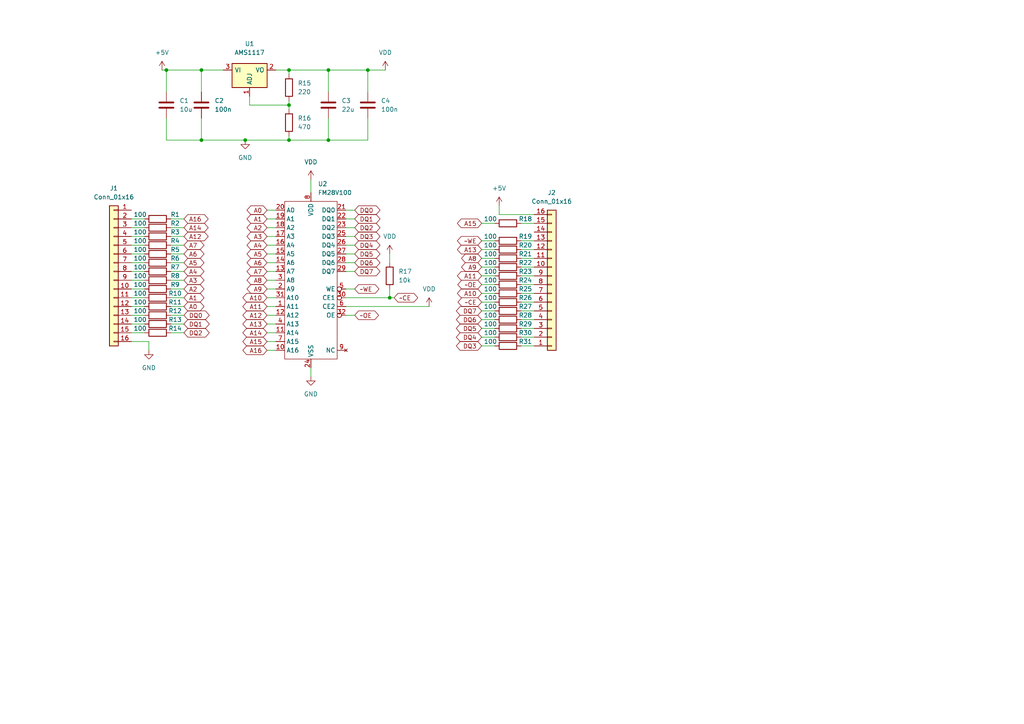
<source format=kicad_sch>
(kicad_sch (version 20211123) (generator eeschema)
  (paper "A4")
  (lib_symbols
    (symbol "Connector_Generic:Conn_01x16" (pin_names (offset 1.016) hide)
      (property "Reference" "J" (at 0 20.32 0))
      (property "Value" "Conn_01x16" (at 0 -22.86 0))
      (symbol "Conn_01x16_1_1"
        (rectangle (start -1.27 -20.193) (end 0 -20.447) (stroke (width 0.1524)))
        (rectangle (start -1.27 -17.653) (end 0 -17.907) (stroke (width 0.1524)))
        (rectangle (start -1.27 -15.113) (end 0 -15.367) (stroke (width 0.1524)))
        (rectangle (start -1.27 -12.573) (end 0 -12.827) (stroke (width 0.1524)))
        (rectangle (start -1.27 -10.033) (end 0 -10.287) (stroke (width 0.1524)))
        (rectangle (start -1.27 -7.493) (end 0 -7.747) (stroke (width 0.1524)))
        (rectangle (start -1.27 -4.953) (end 0 -5.207) (stroke (width 0.1524)))
        (rectangle (start -1.27 -2.413) (end 0 -2.667) (stroke (width 0.1524)))
        (rectangle (start -1.27 0.127) (end 0 -0.127) (stroke (width 0.1524)))
        (rectangle (start -1.27 2.667) (end 0 2.413) (stroke (width 0.1524)))
        (rectangle (start -1.27 5.207) (end 0 4.953) (stroke (width 0.1524)))
        (rectangle (start -1.27 7.747) (end 0 7.493) (stroke (width 0.1524)))
        (rectangle (start -1.27 10.287) (end 0 10.033) (stroke (width 0.1524)))
        (rectangle (start -1.27 12.827) (end 0 12.573) (stroke (width 0.1524)))
        (rectangle (start -1.27 15.367) (end 0 15.113) (stroke (width 0.1524)))
        (rectangle (start -1.27 17.907) (end 0 17.653) (stroke (width 0.1524)))
        (rectangle (start -1.27 19.05) (end 1.27 -21.59) (stroke (width 0.254)) (fill (type background)))
        (pin passive line (at -5.08 17.78 0) (length 3.81) (name "Pin_1") (number "1"))
        (pin passive line (at -5.08 -5.08 0) (length 3.81) (name "Pin_10") (number "10"))
        (pin passive line (at -5.08 -7.62 0) (length 3.81) (name "Pin_11") (number "11"))
        (pin passive line (at -5.08 -10.16 0) (length 3.81) (name "Pin_12") (number "12"))
        (pin passive line (at -5.08 -12.7 0) (length 3.81) (name "Pin_13") (number "13"))
        (pin passive line (at -5.08 -15.24 0) (length 3.81) (name "Pin_14") (number "14"))
        (pin passive line (at -5.08 -17.78 0) (length 3.81) (name "Pin_15") (number "15"))
        (pin passive line (at -5.08 -20.32 0) (length 3.81) (name "Pin_16") (number "16"))
        (pin passive line (at -5.08 15.24 0) (length 3.81) (name "Pin_2") (number "2"))
        (pin passive line (at -5.08 12.7 0) (length 3.81) (name "Pin_3") (number "3"))
        (pin passive line (at -5.08 10.16 0) (length 3.81) (name "Pin_4") (number "4"))
        (pin passive line (at -5.08 7.62 0) (length 3.81) (name "Pin_5") (number "5"))
        (pin passive line (at -5.08 5.08 0) (length 3.81) (name "Pin_6") (number "6"))
        (pin passive line (at -5.08 2.54 0) (length 3.81) (name "Pin_7") (number "7"))
        (pin passive line (at -5.08 0 0) (length 3.81) (name "Pin_8") (number "8"))
        (pin passive line (at -5.08 -2.54 0) (length 3.81) (name "Pin_9") (number "9"))
      )
    )
    (symbol "Device:C" (pin_numbers hide) (pin_names (offset 0.254))
      (property "Reference" "C" (at 0.635 2.54 0))
      (property "Value" "C" (at 0.635 -2.54 0))
      (symbol "C_0_1"
        (polyline (pts (xy -2.032 -0.762) (xy 2.032 -0.762)) (stroke (width 0.508)))
        (polyline (pts (xy -2.032 0.762) (xy 2.032 0.762)) (stroke (width 0.508)))
      )
      (symbol "C_1_1"
        (pin passive line (at 0 3.81 270) (length 2.794) (name "~") (number "1"))
        (pin passive line (at 0 -3.81 90) (length 2.794) (name "~") (number "2"))
      )
    )
    (symbol "Device:R" (pin_numbers hide) (pin_names (offset 0))
      (property "Reference" "R" (at 2.032 0 90))
      (property "Value" "R" (at 0 0 90))
      (symbol "R_0_1"
        (rectangle (start -1.016 -2.54) (end 1.016 2.54) (stroke (width 0.254)))
      )
      (symbol "R_1_1"
        (pin passive line (at 0 3.81 270) (length 1.27) (name "~") (number "1"))
        (pin passive line (at 0 -3.81 90) (length 1.27) (name "~") (number "2"))
      )
    )
    (symbol "FM28V100 :FM28V100"
      (property "Reference" "U" (at -5.08 0 0))
      (property "Value" "FM28V100" (at 1.27 -81.28 0))
      (symbol "FM28V100_0_1"
        (rectangle (start -5.08 -1.27) (end 10.16 -46.99))
        (rectangle (start -3.81 -2.54) (end -3.81 -2.54))
        (rectangle (start 6.35 -20.32) (end 6.35 -20.32))
      )
      (symbol "FM28V100_1_1"
        (pin input line (at -7.62 -31.75 0) (length 2.54) (name "A11") (number "1"))
        (pin input line (at -7.62 -44.45 0) (length 2.54) (name "A16") (number "10"))
        (pin input line (at -7.62 -39.37 0) (length 2.54) (name "A14") (number "11"))
        (pin input line (at -7.62 -34.29 0) (length 2.54) (name "A12") (number "12"))
        (pin input line (at -7.62 -21.59 0) (length 2.54) (name "A7") (number "13"))
        (pin input line (at -7.62 -19.05 0) (length 2.54) (name "A6") (number "14"))
        (pin input line (at -7.62 -16.51 0) (length 2.54) (name "A5") (number "15"))
        (pin input line (at -7.62 -13.97 0) (length 2.54) (name "A4") (number "16"))
        (pin input line (at -7.62 -11.43 0) (length 2.54) (name "A3") (number "17"))
        (pin input line (at -7.62 -8.89 0) (length 2.54) (name "A2") (number "18"))
        (pin input line (at -7.62 -6.35 0) (length 2.54) (name "A1") (number "19"))
        (pin input line (at -7.62 -26.67 0) (length 2.54) (name "A9") (number "2"))
        (pin input line (at -7.62 -3.81 0) (length 2.54) (name "A0") (number "20"))
        (pin bidirectional line (at 12.7 -3.81 180) (length 2.54) (name "DQ0") (number "21"))
        (pin bidirectional line (at 12.7 -6.35 180) (length 2.54) (name "DQ1") (number "22"))
        (pin bidirectional line (at 12.7 -8.89 180) (length 2.54) (name "DQ2") (number "23"))
        (pin input line (at 2.54 -49.53 90) (length 2.54) (name "VSS") (number "24"))
        (pin bidirectional line (at 12.7 -11.43 180) (length 2.54) (name "DQ3") (number "25"))
        (pin bidirectional line (at 12.7 -13.97 180) (length 2.54) (name "DQ4") (number "26"))
        (pin bidirectional line (at 12.7 -16.51 180) (length 2.54) (name "DQ5") (number "27"))
        (pin bidirectional line (at 12.7 -19.05 180) (length 2.54) (name "DQ6") (number "28"))
        (pin bidirectional line (at 12.7 -21.59 180) (length 2.54) (name "DQ7") (number "29"))
        (pin input line (at -7.62 -24.13 0) (length 2.54) (name "A8") (number "3"))
        (pin input inverted (at 12.7 -29.21 180) (length 2.54) (name "CE1") (number "30"))
        (pin input line (at -7.62 -29.21 0) (length 2.54) (name "A10") (number "31"))
        (pin output inverted (at 12.7 -34.29 180) (length 2.54) (name "OE") (number "32"))
        (pin input line (at -7.62 -36.83 0) (length 2.54) (name "A13") (number "4"))
        (pin input inverted (at 12.7 -26.67 180) (length 2.54) (name "WE") (number "5"))
        (pin input line (at 12.7 -31.75 180) (length 2.54) (name "CE2") (number "6"))
        (pin input line (at -7.62 -41.91 0) (length 2.54) (name "A15") (number "7"))
        (pin input line (at 2.54 1.27 270) (length 2.54) (name "VDD") (number "8"))
        (pin no_connect line (at 12.7 -44.45 180) (length 2.54) (name "NC") (number "9"))
      )
    )
    (symbol "Regulator_Linear:AMS1117" (pin_names (offset 0.762))
      (property "Reference" "U" (at -3.81 3.175 0))
      (property "Value" "AMS1117" (at 0 3.175 0))
      (symbol "AMS1117_0_1"
        (rectangle (start -5.08 -5.08) (end 5.08 1.905) (stroke (width 0.254)) (fill (type background)))
      )
      (symbol "AMS1117_1_1"
        (pin input line (at 0 -7.62 90) (length 2.54) (name "ADJ") (number "1"))
        (pin power_out line (at 7.62 0 180) (length 2.54) (name "VO") (number "2"))
        (pin power_in line (at -7.62 0 0) (length 2.54) (name "VI") (number "3"))
      )
    )
    (symbol "power:+5V" (power) (pin_names (offset 0))
      (property "Value" "+5V" (at 0 3.556 0))
      (symbol "+5V_0_1"
        (polyline (pts (xy -0.762 1.27) (xy 0 2.54)))
        (polyline (pts (xy 0 0) (xy 0 2.54)))
        (polyline (pts (xy 0 2.54) (xy 0.762 1.27)))
      )
      (symbol "+5V_1_1"
        (pin power_in line (at 0 0 90) (length 0) hide (name "+5V") (number "1"))
      )
    )
    (symbol "power:GND" (power) (pin_names (offset 0))
      (property "Value" "GND" (at 0 -3.81 0))
      (symbol "GND_0_1"
        (polyline (pts (xy 0 0) (xy 0 -1.27) (xy 1.27 -1.27) (xy 0 -2.54) (xy -1.27 -1.27) (xy 0 -1.27)))
      )
      (symbol "GND_1_1"
        (pin power_in line (at 0 0 270) (length 0) hide (name "GND") (number "1"))
      )
    )
    (symbol "power:VDD" (power) (pin_names (offset 0))
      (property "Value" "VDD" (at 0 3.81 0))
      (symbol "VDD_0_1"
        (polyline (pts (xy -0.762 1.27) (xy 0 2.54)))
        (polyline (pts (xy 0 0) (xy 0 2.54)))
        (polyline (pts (xy 0 2.54) (xy 0.762 1.27)))
      )
      (symbol "VDD_1_1"
        (pin power_in line (at 0 0 90) (length 0) hide (name "VDD") (number "1"))
      )
    )
  )
  (junction (at 95.25 20.32))
  (junction (at 83.82 30.48))
  (junction (at 71.12 40.64))
  (junction (at 113.03 86.36))
  (junction (at 83.82 20.32))
  (junction (at 58.42 40.64))
  (junction (at 58.42 20.32))
  (junction (at 48.26 20.32))
  (junction (at 106.68 20.32))
  (junction (at 95.25 40.64))
  (junction (at 83.82 40.64))
  (wire (pts (xy 49.53 71.12) (xy 53.34 71.12)))
  (wire (pts (xy 151.13 85.09) (xy 154.94 85.09)))
  (wire (pts (xy 49.53 93.98) (xy 53.34 93.98)))
  (wire (pts (xy 100.33 83.82) (xy 102.87 83.82)))
  (wire (pts (xy 77.47 78.74) (xy 80.01 78.74)))
  (wire (pts (xy 38.1 66.04) (xy 41.91 66.04)))
  (wire (pts (xy 100.33 63.5) (xy 102.87 63.5)))
  (wire (pts (xy 38.1 73.66) (xy 41.91 73.66)))
  (wire (pts (xy 77.47 71.12) (xy 80.01 71.12)))
  (wire (pts (xy 106.68 20.32) (xy 106.68 26.67)))
  (wire (pts (xy 100.33 78.74) (xy 102.87 78.74)))
  (wire (pts (xy 48.26 20.32) (xy 48.26 26.67)))
  (wire (pts (xy 49.53 66.04) (xy 53.34 66.04)))
  (wire (pts (xy 38.1 99.06) (xy 43.18 99.06)))
  (wire (pts (xy 77.47 96.52) (xy 80.01 96.52)))
  (wire (pts (xy 80.01 20.32) (xy 83.82 20.32)))
  (wire (pts (xy 100.33 86.36) (xy 113.03 86.36)))
  (wire (pts (xy 139.7 85.09) (xy 143.51 85.09)))
  (wire (pts (xy 77.47 88.9) (xy 80.01 88.9)))
  (wire (pts (xy 100.33 60.96) (xy 102.87 60.96)))
  (wire (pts (xy 151.13 90.17) (xy 154.94 90.17)))
  (wire (pts (xy 38.1 91.44) (xy 41.91 91.44)))
  (wire (pts (xy 83.82 29.21) (xy 83.82 30.48)))
  (wire (pts (xy 58.42 20.32) (xy 58.42 26.67)))
  (wire (pts (xy 58.42 34.29) (xy 58.42 40.64)))
  (wire (pts (xy 83.82 20.32) (xy 95.25 20.32)))
  (wire (pts (xy 77.47 93.98) (xy 80.01 93.98)))
  (wire (pts (xy 139.7 82.55) (xy 143.51 82.55)))
  (wire (pts (xy 38.1 81.28) (xy 41.91 81.28)))
  (wire (pts (xy 100.33 76.2) (xy 102.87 76.2)))
  (wire (pts (xy 83.82 20.32) (xy 83.82 21.59)))
  (wire (pts (xy 151.13 80.01) (xy 154.94 80.01)))
  (wire (pts (xy 83.82 30.48) (xy 83.82 31.75)))
  (wire (pts (xy 139.7 72.39) (xy 143.51 72.39)))
  (wire (pts (xy 151.13 97.79) (xy 154.94 97.79)))
  (wire (pts (xy 106.68 34.29) (xy 106.68 40.64)))
  (wire (pts (xy 49.53 96.52) (xy 53.34 96.52)))
  (wire (pts (xy 100.33 91.44) (xy 102.87 91.44)))
  (wire (pts (xy 49.53 83.82) (xy 53.34 83.82)))
  (wire (pts (xy 49.53 63.5) (xy 53.34 63.5)))
  (wire (pts (xy 151.13 92.71) (xy 154.94 92.71)))
  (wire (pts (xy 139.7 95.25) (xy 143.51 95.25)))
  (wire (pts (xy 139.7 77.47) (xy 143.51 77.47)))
  (wire (pts (xy 113.03 86.36) (xy 114.3 86.36)))
  (wire (pts (xy 100.33 71.12) (xy 102.87 71.12)))
  (wire (pts (xy 151.13 100.33) (xy 154.94 100.33)))
  (wire (pts (xy 77.47 83.82) (xy 80.01 83.82)))
  (wire (pts (xy 151.13 74.93) (xy 154.94 74.93)))
  (wire (pts (xy 49.53 91.44) (xy 53.34 91.44)))
  (wire (pts (xy 77.47 76.2) (xy 80.01 76.2)))
  (wire (pts (xy 106.68 20.32) (xy 111.76 20.32)))
  (wire (pts (xy 77.47 63.5) (xy 80.01 63.5)))
  (wire (pts (xy 49.53 76.2) (xy 53.34 76.2)))
  (wire (pts (xy 151.13 87.63) (xy 154.94 87.63)))
  (wire (pts (xy 38.1 71.12) (xy 41.91 71.12)))
  (wire (pts (xy 38.1 78.74) (xy 41.91 78.74)))
  (wire (pts (xy 100.33 73.66) (xy 102.87 73.66)))
  (wire (pts (xy 139.7 64.77) (xy 143.51 64.77)))
  (wire (pts (xy 139.7 74.93) (xy 143.51 74.93)))
  (wire (pts (xy 77.47 91.44) (xy 80.01 91.44)))
  (wire (pts (xy 38.1 88.9) (xy 41.91 88.9)))
  (wire (pts (xy 38.1 83.82) (xy 41.91 83.82)))
  (wire (pts (xy 49.53 68.58) (xy 53.34 68.58)))
  (wire (pts (xy 77.47 60.96) (xy 80.01 60.96)))
  (wire (pts (xy 49.53 81.28) (xy 53.34 81.28)))
  (wire (pts (xy 49.53 73.66) (xy 53.34 73.66)))
  (wire (pts (xy 151.13 72.39) (xy 154.94 72.39)))
  (wire (pts (xy 38.1 76.2) (xy 41.91 76.2)))
  (wire (pts (xy 151.13 82.55) (xy 154.94 82.55)))
  (wire (pts (xy 58.42 20.32) (xy 64.77 20.32)))
  (wire (pts (xy 113.03 73.66) (xy 113.03 76.2)))
  (wire (pts (xy 77.47 81.28) (xy 80.01 81.28)))
  (wire (pts (xy 100.33 88.9) (xy 124.46 88.9)))
  (wire (pts (xy 38.1 86.36) (xy 41.91 86.36)))
  (wire (pts (xy 151.13 64.77) (xy 154.94 64.77)))
  (wire (pts (xy 38.1 93.98) (xy 41.91 93.98)))
  (wire (pts (xy 139.7 87.63) (xy 143.51 87.63)))
  (wire (pts (xy 77.47 73.66) (xy 80.01 73.66)))
  (wire (pts (xy 46.99 20.32) (xy 48.26 20.32)))
  (wire (pts (xy 38.1 96.52) (xy 41.91 96.52)))
  (wire (pts (xy 49.53 86.36) (xy 53.34 86.36)))
  (wire (pts (xy 58.42 40.64) (xy 71.12 40.64)))
  (wire (pts (xy 100.33 68.58) (xy 102.87 68.58)))
  (wire (pts (xy 151.13 77.47) (xy 154.94 77.47)))
  (wire (pts (xy 77.47 66.04) (xy 80.01 66.04)))
  (wire (pts (xy 139.7 97.79) (xy 143.51 97.79)))
  (wire (pts (xy 95.25 20.32) (xy 106.68 20.32)))
  (wire (pts (xy 139.7 92.71) (xy 143.51 92.71)))
  (wire (pts (xy 95.25 34.29) (xy 95.25 40.64)))
  (wire (pts (xy 139.7 80.01) (xy 143.51 80.01)))
  (wire (pts (xy 83.82 39.37) (xy 83.82 40.64)))
  (wire (pts (xy 100.33 66.04) (xy 102.87 66.04)))
  (wire (pts (xy 49.53 78.74) (xy 53.34 78.74)))
  (wire (pts (xy 95.25 40.64) (xy 83.82 40.64)))
  (wire (pts (xy 77.47 101.6) (xy 80.01 101.6)))
  (wire (pts (xy 43.18 99.06) (xy 43.18 101.6)))
  (wire (pts (xy 48.26 34.29) (xy 48.26 40.64)))
  (wire (pts (xy 154.94 62.23) (xy 144.78 62.23)))
  (wire (pts (xy 48.26 20.32) (xy 58.42 20.32)))
  (wire (pts (xy 139.7 90.17) (xy 143.51 90.17)))
  (wire (pts (xy 72.39 27.94) (xy 72.39 30.48)))
  (wire (pts (xy 77.47 68.58) (xy 80.01 68.58)))
  (wire (pts (xy 90.17 106.68) (xy 90.17 109.22)))
  (wire (pts (xy 106.68 40.64) (xy 95.25 40.64)))
  (wire (pts (xy 72.39 30.48) (xy 83.82 30.48)))
  (wire (pts (xy 95.25 26.67) (xy 95.25 20.32)))
  (wire (pts (xy 77.47 86.36) (xy 80.01 86.36)))
  (wire (pts (xy 77.47 99.06) (xy 80.01 99.06)))
  (wire (pts (xy 38.1 68.58) (xy 41.91 68.58)))
  (wire (pts (xy 83.82 40.64) (xy 71.12 40.64)))
  (wire (pts (xy 151.13 95.25) (xy 154.94 95.25)))
  (wire (pts (xy 144.78 62.23) (xy 144.78 59.69)))
  (wire (pts (xy 151.13 69.85) (xy 154.94 69.85)))
  (wire (pts (xy 38.1 63.5) (xy 41.91 63.5)))
  (wire (pts (xy 48.26 40.64) (xy 58.42 40.64)))
  (wire (pts (xy 113.03 83.82) (xy 113.03 86.36)))
  (wire (pts (xy 90.17 52.07) (xy 90.17 55.88)))
  (wire (pts (xy 139.7 69.85) (xy 143.51 69.85)))
  (wire (pts (xy 49.53 88.9) (xy 53.34 88.9)))
  (wire (pts (xy 139.7 100.33) (xy 143.51 100.33)))
  (global_label "A10" (shape bidirectional) (at 77.47 86.36 180) (property "Intersheet References" "${INTERSHEET_REFS}" (effects hide)))
  (global_label "A9" (shape bidirectional) (at 139.7 77.47 180) (property "Intersheet References" "${INTERSHEET_REFS}" (effects hide)))
  (global_label "DQ7" (shape bidirectional) (at 102.87 78.74 0) (property "Intersheet References" "${INTERSHEET_REFS}" (effects hide)))
  (global_label "A10" (shape bidirectional) (at 139.7 85.09 180) (property "Intersheet References" "${INTERSHEET_REFS}" (effects hide)))
  (global_label "~CE" (shape bidirectional) (at 114.3 86.36 0) (property "Intersheet References" "${INTERSHEET_REFS}" (effects hide)))
  (global_label "DQ1" (shape bidirectional) (at 102.87 63.5 0) (property "Intersheet References" "${INTERSHEET_REFS}" (effects hide)))
  (global_label "DQ3" (shape bidirectional) (at 102.87 68.58 0) (property "Intersheet References" "${INTERSHEET_REFS}" (effects hide)))
  (global_label "A5" (shape bidirectional) (at 53.34 76.2 0) (property "Intersheet References" "${INTERSHEET_REFS}" (effects hide)))
  (global_label "A6" (shape bidirectional) (at 77.47 76.2 180) (property "Intersheet References" "${INTERSHEET_REFS}" (effects hide)))
  (global_label "DQ4" (shape bidirectional) (at 102.87 71.12 0) (property "Intersheet References" "${INTERSHEET_REFS}" (effects hide)))
  (global_label "~WE" (shape bidirectional) (at 139.7 69.85 180) (property "Intersheet References" "${INTERSHEET_REFS}" (effects hide)))
  (global_label "DQ5" (shape bidirectional) (at 102.87 73.66 0) (property "Intersheet References" "${INTERSHEET_REFS}" (effects hide)))
  (global_label "A7" (shape bidirectional) (at 53.34 71.12 0) (property "Intersheet References" "${INTERSHEET_REFS}" (effects hide)))
  (global_label "DQ5" (shape bidirectional) (at 139.7 95.25 180) (property "Intersheet References" "${INTERSHEET_REFS}" (effects hide)))
  (global_label "DQ0" (shape bidirectional) (at 102.87 60.96 0) (property "Intersheet References" "${INTERSHEET_REFS}" (effects hide)))
  (global_label "A15" (shape bidirectional) (at 77.47 99.06 180) (property "Intersheet References" "${INTERSHEET_REFS}" (effects hide)))
  (global_label "A14" (shape bidirectional) (at 77.47 96.52 180) (property "Intersheet References" "${INTERSHEET_REFS}" (effects hide)))
  (global_label "A5" (shape bidirectional) (at 77.47 73.66 180) (property "Intersheet References" "${INTERSHEET_REFS}" (effects hide)))
  (global_label "DQ6" (shape bidirectional) (at 139.7 92.71 180) (property "Intersheet References" "${INTERSHEET_REFS}" (effects hide)))
  (global_label "A14" (shape bidirectional) (at 53.34 66.04 0) (property "Intersheet References" "${INTERSHEET_REFS}" (effects hide)))
  (global_label "A0" (shape bidirectional) (at 53.34 88.9 0) (property "Intersheet References" "${INTERSHEET_REFS}" (effects hide)))
  (global_label "DQ0" (shape bidirectional) (at 53.34 91.44 0) (property "Intersheet References" "${INTERSHEET_REFS}" (effects hide)))
  (global_label "A6" (shape bidirectional) (at 53.34 73.66 0) (property "Intersheet References" "${INTERSHEET_REFS}" (effects hide)))
  (global_label "A7" (shape bidirectional) (at 77.47 78.74 180) (property "Intersheet References" "${INTERSHEET_REFS}" (effects hide)))
  (global_label "DQ2" (shape bidirectional) (at 102.87 66.04 0) (property "Intersheet References" "${INTERSHEET_REFS}" (effects hide)))
  (global_label "~WE" (shape bidirectional) (at 102.87 83.82 0) (property "Intersheet References" "${INTERSHEET_REFS}" (effects hide)))
  (global_label "DQ3" (shape bidirectional) (at 139.7 100.33 180) (property "Intersheet References" "${INTERSHEET_REFS}" (effects hide)))
  (global_label "~CE" (shape bidirectional) (at 139.7 87.63 180) (property "Intersheet References" "${INTERSHEET_REFS}" (effects hide)))
  (global_label "A16" (shape bidirectional) (at 53.34 63.5 0) (property "Intersheet References" "${INTERSHEET_REFS}" (effects hide)))
  (global_label "A13" (shape bidirectional) (at 77.47 93.98 180) (property "Intersheet References" "${INTERSHEET_REFS}" (effects hide)))
  (global_label "A11" (shape bidirectional) (at 77.47 88.9 180) (property "Intersheet References" "${INTERSHEET_REFS}" (effects hide)))
  (global_label "A0" (shape bidirectional) (at 77.47 60.96 180) (property "Intersheet References" "${INTERSHEET_REFS}" (effects hide)))
  (global_label "A16" (shape bidirectional) (at 77.47 101.6 180) (property "Intersheet References" "${INTERSHEET_REFS}" (effects hide)))
  (global_label "DQ6" (shape bidirectional) (at 102.87 76.2 0) (property "Intersheet References" "${INTERSHEET_REFS}" (effects hide)))
  (global_label "A13" (shape bidirectional) (at 139.7 72.39 180) (property "Intersheet References" "${INTERSHEET_REFS}" (effects hide)))
  (global_label "DQ1" (shape bidirectional) (at 53.34 93.98 0) (property "Intersheet References" "${INTERSHEET_REFS}" (effects hide)))
  (global_label "DQ7" (shape bidirectional) (at 139.7 90.17 180) (property "Intersheet References" "${INTERSHEET_REFS}" (effects hide)))
  (global_label "DQ4" (shape bidirectional) (at 139.7 97.79 180) (property "Intersheet References" "${INTERSHEET_REFS}" (effects hide)))
  (global_label "A3" (shape bidirectional) (at 77.47 68.58 180) (property "Intersheet References" "${INTERSHEET_REFS}" (effects hide)))
  (global_label "A9" (shape bidirectional) (at 77.47 83.82 180) (property "Intersheet References" "${INTERSHEET_REFS}" (effects hide)))
  (global_label "A8" (shape bidirectional) (at 139.7 74.93 180) (property "Intersheet References" "${INTERSHEET_REFS}" (effects hide)))
  (global_label "A1" (shape bidirectional) (at 53.34 86.36 0) (property "Intersheet References" "${INTERSHEET_REFS}" (effects hide)))
  (global_label "A3" (shape bidirectional) (at 53.34 81.28 0) (property "Intersheet References" "${INTERSHEET_REFS}" (effects hide)))
  (global_label "A15" (shape bidirectional) (at 139.7 64.77 180) (property "Intersheet References" "${INTERSHEET_REFS}" (effects hide)))
  (global_label "A11" (shape bidirectional) (at 139.7 80.01 180) (property "Intersheet References" "${INTERSHEET_REFS}" (effects hide)))
  (global_label "A2" (shape bidirectional) (at 53.34 83.82 0) (property "Intersheet References" "${INTERSHEET_REFS}" (effects hide)))
  (global_label "A1" (shape bidirectional) (at 77.47 63.5 180) (property "Intersheet References" "${INTERSHEET_REFS}" (effects hide)))
  (global_label "A8" (shape bidirectional) (at 77.47 81.28 180) (property "Intersheet References" "${INTERSHEET_REFS}" (effects hide)))
  (global_label "~OE" (shape bidirectional) (at 102.87 91.44 0) (property "Intersheet References" "${INTERSHEET_REFS}" (effects hide)))
  (global_label "A2" (shape bidirectional) (at 77.47 66.04 180) (property "Intersheet References" "${INTERSHEET_REFS}" (effects hide)))
  (global_label "A12" (shape bidirectional) (at 77.47 91.44 180) (property "Intersheet References" "${INTERSHEET_REFS}" (effects hide)))
  (global_label "A12" (shape bidirectional) (at 53.34 68.58 0) (property "Intersheet References" "${INTERSHEET_REFS}" (effects hide)))
  (global_label "A4" (shape bidirectional) (at 77.47 71.12 180) (property "Intersheet References" "${INTERSHEET_REFS}" (effects hide)))
  (global_label "~OE" (shape bidirectional) (at 139.7 82.55 180) (property "Intersheet References" "${INTERSHEET_REFS}" (effects hide)))
  (global_label "A4" (shape bidirectional) (at 53.34 78.74 0) (property "Intersheet References" "${INTERSHEET_REFS}" (effects hide)))
  (global_label "DQ2" (shape bidirectional) (at 53.34 96.52 0) (property "Intersheet References" "${INTERSHEET_REFS}" (effects hide)))
  (symbol (lib_id "Device:R") (at 45.72 76.2 90) (unit 1)
    (property "Reference" "R6" (at 50.8 74.93 90))
    (property "Value" "100" (at 40.64 74.93 90))
    (property "Footprint" "Resistor_SMD:R_0805_2012Metric" (effects hide))
  )
  (symbol (lib_id "power:GND") (at 43.18 101.6 0) (unit 1)
    (property "Reference" "#PWR0103" (effects hide))
    (property "Value" "GND" (at 43.18 106.68 0))
  )
  (symbol (lib_id "Device:R") (at 45.72 86.36 90) (unit 1)
    (property "Reference" "R10" (at 50.8 85.09 90))
    (property "Value" "100" (at 40.64 85.09 90))
    (property "Footprint" "Resistor_SMD:R_0805_2012Metric" (effects hide))
  )
  (symbol (lib_id "Device:R") (at 45.72 63.5 90) (unit 1)
    (property "Reference" "R1" (at 50.8 62.23 90))
    (property "Value" "100" (at 40.64 62.23 90))
    (property "Footprint" "Resistor_SMD:R_0805_2012Metric" (effects hide))
  )
  (symbol (lib_id "Device:R") (at 147.32 74.93 90) (unit 1)
    (property "Reference" "R21" (at 152.4 73.66 90))
    (property "Value" "100" (at 142.24 73.66 90))
    (property "Footprint" "Resistor_SMD:R_0805_2012Metric" (effects hide))
  )
  (symbol (lib_id "Device:R") (at 45.72 68.58 90) (unit 1)
    (property "Reference" "R3" (at 50.8 67.31 90))
    (property "Value" "100" (at 40.64 67.31 90))
    (property "Footprint" "Resistor_SMD:R_0805_2012Metric" (effects hide))
  )
  (symbol (lib_id "Connector_Generic:Conn_01x16") (at 160.02 82.55 0) (mirror x) (unit 1)
    (property "Reference" "J2" (at 160.02 55.88 0))
    (property "Value" "Conn_01x16" (at 160.02 58.42 0))
    (property "Footprint" "Connector_PinHeader_2.54mm:PinHeader_1x16_P2.54mm_Vertical" (effects hide))
  )
  (symbol (lib_id "Device:R") (at 113.03 80.01 0) (unit 1)
    (property "Reference" "R17" (at 115.57 78.7399 0) (effects (justify left)))
    (property "Value" "10k" (at 115.57 81.2799 0) (effects (justify left)))
    (property "Footprint" "Resistor_SMD:R_0805_2012Metric" (effects hide))
  )
  (symbol (lib_id "Device:R") (at 147.32 95.25 90) (unit 1)
    (property "Reference" "R29" (at 152.4 93.98 90))
    (property "Value" "100" (at 142.24 93.98 90))
    (property "Footprint" "Resistor_SMD:R_0805_2012Metric" (effects hide))
  )
  (symbol (lib_id "Device:R") (at 45.72 71.12 90) (unit 1)
    (property "Reference" "R4" (at 50.8 69.85 90))
    (property "Value" "100" (at 40.64 69.85 90))
    (property "Footprint" "Resistor_SMD:R_0805_2012Metric" (effects hide))
  )
  (symbol (lib_id "power:VDD") (at 90.17 52.07 0) (unit 1)
    (property "Reference" "#PWR0106" (effects hide))
    (property "Value" "VDD" (at 90.17 46.99 0))
  )
  (symbol (lib_id "Device:R") (at 147.32 82.55 90) (unit 1)
    (property "Reference" "R24" (at 152.4 81.28 90))
    (property "Value" "100" (at 142.24 81.28 90))
    (property "Footprint" "Resistor_SMD:R_0805_2012Metric" (effects hide))
  )
  (symbol (lib_id "Device:R") (at 147.32 69.85 90) (unit 1)
    (property "Reference" "R19" (at 152.4 68.58 90))
    (property "Value" "100" (at 142.24 68.58 90))
    (property "Footprint" "Resistor_SMD:R_0805_2012Metric" (effects hide))
  )
  (symbol (lib_id "Device:R") (at 147.32 92.71 90) (unit 1)
    (property "Reference" "R28" (at 152.4 91.44 90))
    (property "Value" "100" (at 142.24 91.44 90))
    (property "Footprint" "Resistor_SMD:R_0805_2012Metric" (effects hide))
  )
  (symbol (lib_id "Device:R") (at 45.72 88.9 90) (unit 1)
    (property "Reference" "R11" (at 50.8 87.63 90))
    (property "Value" "100" (at 40.64 87.63 90))
    (property "Footprint" "Resistor_SMD:R_0805_2012Metric" (effects hide))
  )
  (symbol (lib_id "Device:R") (at 45.72 73.66 90) (unit 1)
    (property "Reference" "R5" (at 50.8 72.39 90))
    (property "Value" "100" (at 40.64 72.39 90))
    (property "Footprint" "Resistor_SMD:R_0805_2012Metric" (effects hide))
  )
  (symbol (lib_id "Device:R") (at 45.72 81.28 90) (unit 1)
    (property "Reference" "R8" (at 50.8 80.01 90))
    (property "Value" "100" (at 40.64 80.01 90))
    (property "Footprint" "Resistor_SMD:R_0805_2012Metric" (effects hide))
  )
  (symbol (lib_id "Device:R") (at 147.32 87.63 90) (unit 1)
    (property "Reference" "R26" (at 152.4 86.36 90))
    (property "Value" "100" (at 142.24 86.36 90))
    (property "Footprint" "Resistor_SMD:R_0805_2012Metric" (effects hide))
  )
  (symbol (lib_id "Device:R") (at 45.72 83.82 90) (unit 1)
    (property "Reference" "R9" (at 50.8 82.55 90))
    (property "Value" "100" (at 40.64 82.55 90))
    (property "Footprint" "Resistor_SMD:R_0805_2012Metric" (effects hide))
  )
  (symbol (lib_id "Device:R") (at 147.32 100.33 90) (unit 1)
    (property "Reference" "R31" (at 152.4 99.06 90))
    (property "Value" "100" (at 142.24 99.06 90))
    (property "Footprint" "Resistor_SMD:R_0805_2012Metric" (effects hide))
  )
  (symbol (lib_id "Device:R") (at 45.72 96.52 90) (unit 1)
    (property "Reference" "R14" (at 50.8 95.25 90))
    (property "Value" "100" (at 40.64 95.25 90))
    (property "Footprint" "Resistor_SMD:R_0805_2012Metric" (effects hide))
  )
  (symbol (lib_id "power:VDD") (at 124.46 88.9 0) (unit 1)
    (property "Reference" "#PWR0105" (effects hide))
    (property "Value" "VDD" (at 124.46 83.82 0))
  )
  (symbol (lib_id "Device:R") (at 147.32 90.17 90) (unit 1)
    (property "Reference" "R27" (at 152.4 88.9 90))
    (property "Value" "100" (at 142.24 88.9 90))
    (property "Footprint" "Resistor_SMD:R_0805_2012Metric" (effects hide))
  )
  (symbol (lib_id "Device:R") (at 147.32 77.47 90) (unit 1)
    (property "Reference" "R22" (at 152.4 76.2 90))
    (property "Value" "100" (at 142.24 76.2 90))
    (property "Footprint" "Resistor_SMD:R_0805_2012Metric" (effects hide))
  )
  (symbol (lib_id "Device:R") (at 147.32 97.79 90) (unit 1)
    (property "Reference" "R30" (at 152.4 96.52 90))
    (property "Value" "100" (at 142.24 96.52 90))
    (property "Footprint" "Resistor_SMD:R_0805_2012Metric" (effects hide))
  )
  (symbol (lib_id "Device:R") (at 45.72 66.04 90) (unit 1)
    (property "Reference" "R2" (at 50.8 64.77 90))
    (property "Value" "100" (at 40.64 64.77 90))
    (property "Footprint" "Resistor_SMD:R_0805_2012Metric" (effects hide))
  )
  (symbol (lib_id "Device:C") (at 58.42 30.48 0) (unit 1)
    (property "Reference" "C2" (at 62.23 29.2099 0) (effects (justify left)))
    (property "Value" "100n" (at 62.23 31.7499 0) (effects (justify left)))
    (property "Footprint" "Capacitor_SMD:C_0805_2012Metric" (effects hide))
  )
  (symbol (lib_id "Device:C") (at 48.26 30.48 0) (unit 1)
    (property "Reference" "C1" (at 52.07 29.2099 0) (effects (justify left)))
    (property "Value" "10u" (at 52.07 31.7499 0) (effects (justify left)))
    (property "Footprint" "Capacitor_SMD:C_0805_2012Metric" (effects hide))
  )
  (symbol (lib_id "Device:R") (at 147.32 80.01 90) (unit 1)
    (property "Reference" "R23" (at 152.4 78.74 90))
    (property "Value" "100" (at 142.24 78.74 90))
    (property "Footprint" "Resistor_SMD:R_0805_2012Metric" (effects hide))
  )
  (symbol (lib_id "power:GND") (at 71.12 40.64 0) (unit 1)
    (property "Reference" "#PWR0101" (effects hide))
    (property "Value" "GND" (at 71.12 45.72 0))
  )
  (symbol (lib_id "power:VDD") (at 111.76 20.32 0) (unit 1)
    (property "Reference" "#PWR0107" (effects hide))
    (property "Value" "VDD" (at 111.76 15.24 0))
  )
  (symbol (lib_id "Device:R") (at 83.82 25.4 0) (unit 1)
    (property "Reference" "R15" (at 86.36 24.1299 0) (effects (justify left)))
    (property "Value" "220" (at 86.36 26.6699 0) (effects (justify left)))
    (property "Footprint" "Resistor_SMD:R_0805_2012Metric" (effects hide))
  )
  (symbol (lib_id "Device:R") (at 147.32 64.77 90) (unit 1)
    (property "Reference" "R18" (at 152.4 63.5 90))
    (property "Value" "100" (at 142.24 63.5 90))
    (property "Footprint" "Resistor_SMD:R_0805_2012Metric" (effects hide))
  )
  (symbol (lib_id "power:+5V") (at 46.99 20.32 0) (unit 1)
    (property "Reference" "#PWR0102" (effects hide))
    (property "Value" "+5V" (at 46.99 15.24 0))
  )
  (symbol (lib_id "Connector_Generic:Conn_01x16") (at 33.02 78.74 0) (mirror y) (unit 1)
    (property "Reference" "J1" (at 33.02 54.61 0))
    (property "Value" "Conn_01x16" (at 33.02 57.15 0))
    (property "Footprint" "Connector_PinHeader_2.54mm:PinHeader_1x16_P2.54mm_Vertical" (effects hide))
  )
  (symbol (lib_id "power:+5V") (at 144.78 59.69 0) (unit 1)
    (property "Reference" "#PWR0104" (effects hide))
    (property "Value" "+5V" (at 144.78 54.61 0))
  )
  (symbol (lib_id "Device:C") (at 106.68 30.48 0) (unit 1)
    (property "Reference" "C4" (at 110.49 29.2099 0) (effects (justify left)))
    (property "Value" "100n" (at 110.49 31.7499 0) (effects (justify left)))
    (property "Footprint" "Capacitor_SMD:C_0805_2012Metric" (effects hide))
  )
  (symbol (lib_id "Regulator_Linear:AMS1117") (at 72.39 20.32 0) (unit 1)
    (property "Reference" "U1" (at 72.39 12.7 0))
    (property "Value" "AMS1117" (at 72.39 15.24 0))
    (property "Footprint" "Package_TO_SOT_SMD:SOT-223-3_TabPin2" (effects hide))
    (property "Datasheet" "http://www.advanced-monolithic.com/pdf/ds1117.pdf" (effects hide))
  )
  (symbol (lib_id "Device:R") (at 147.32 85.09 90) (unit 1)
    (property "Reference" "R25" (at 152.4 83.82 90))
    (property "Value" "100" (at 142.24 83.82 90))
    (property "Footprint" "Resistor_SMD:R_0805_2012Metric" (effects hide))
  )
  (symbol (lib_id "Device:C") (at 95.25 30.48 0) (unit 1)
    (property "Reference" "C3" (at 99.06 29.2099 0) (effects (justify left)))
    (property "Value" "22u" (at 99.06 31.7499 0) (effects (justify left)))
    (property "Footprint" "Capacitor_SMD:C_0805_2012Metric" (effects hide))
  )
  (symbol (lib_id "power:GND") (at 90.17 109.22 0) (unit 1)
    (property "Reference" "#PWR0108" (effects hide))
    (property "Value" "GND" (at 90.17 114.3 0))
  )
  (symbol (lib_id "power:VDD") (at 113.03 73.66 0) (unit 1)
    (property "Reference" "#PWR0109" (effects hide))
    (property "Value" "VDD" (at 113.03 68.58 0))
  )
  (symbol (lib_id "Device:R") (at 147.32 72.39 90) (unit 1)
    (property "Reference" "R20" (at 152.4 71.12 90))
    (property "Value" "100" (at 142.24 71.12 90))
    (property "Footprint" "Resistor_SMD:R_0805_2012Metric" (effects hide))
  )
  (symbol (lib_id "Device:R") (at 45.72 78.74 90) (unit 1)
    (property "Reference" "R7" (at 50.8 77.47 90))
    (property "Value" "100" (at 40.64 77.47 90))
    (property "Footprint" "Resistor_SMD:R_0805_2012Metric" (effects hide))
  )
  (symbol (lib_id "Device:R") (at 45.72 93.98 90) (unit 1)
    (property "Reference" "R13" (at 50.8 92.71 90))
    (property "Value" "100" (at 40.64 92.71 90))
    (property "Footprint" "Resistor_SMD:R_0805_2012Metric" (effects hide))
  )
  (symbol (lib_id "FM28V100 :FM28V100") (at 87.63 57.15 0) (unit 1)
    (property "Reference" "U2" (at 92.1894 53.34 0) (effects (justify left)))
    (property "Value" "FM28V100" (at 92.1894 55.88 0) (effects (justify left)))
    (property "Footprint" "Package_SO:TSOP-I-32_11.8x8mm_P0.5mm" (effects hide))
  )
  (symbol (lib_id "Device:R") (at 45.72 91.44 90) (unit 1)
    (property "Reference" "R12" (at 50.8 90.17 90))
    (property "Value" "100" (at 40.64 90.17 90))
    (property "Footprint" "Resistor_SMD:R_0805_2012Metric" (effects hide))
  )
  (symbol (lib_id "Device:R") (at 83.82 35.56 0) (unit 1)
    (property "Reference" "R16" (at 86.36 34.2899 0) (effects (justify left)))
    (property "Value" "470" (at 86.36 36.8299 0) (effects (justify left)))
    (property "Footprint" "Resistor_SMD:R_0805_2012Metric" (effects hide))
  )
)
</source>
